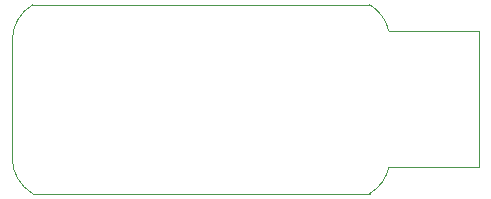
<source format=gbr>
%TF.GenerationSoftware,KiCad,Pcbnew,(6.0.0)*%
%TF.CreationDate,2022-02-10T21:19:41-08:00*%
%TF.ProjectId,elevation-imu,656c6576-6174-4696-9f6e-2d696d752e6b,rev?*%
%TF.SameCoordinates,Original*%
%TF.FileFunction,Profile,NP*%
%FSLAX46Y46*%
G04 Gerber Fmt 4.6, Leading zero omitted, Abs format (unit mm)*
G04 Created by KiCad (PCBNEW (6.0.0)) date 2022-02-10 21:19:41*
%MOMM*%
%LPD*%
G01*
G04 APERTURE LIST*
%TA.AperFunction,Profile*%
%ADD10C,0.100000*%
%TD*%
G04 APERTURE END LIST*
D10*
X106736451Y-124000000D02*
X135249999Y-123999998D01*
X105000000Y-121000000D02*
G75*
G03*
X106736451Y-124000000I3459719J0D01*
G01*
X106736451Y-108000000D02*
G75*
G03*
X105000000Y-111000000I1723268J-3000000D01*
G01*
X144500000Y-110250000D02*
X136884167Y-110250000D01*
X105000000Y-111000000D02*
X105000000Y-121000000D01*
X135249999Y-108000001D02*
X106736451Y-108000000D01*
X144500000Y-121750000D02*
X136884167Y-121750000D01*
X136884167Y-110250000D02*
G75*
G03*
X135249999Y-108000002I-3373518J-731733D01*
G01*
X135249999Y-123999998D02*
G75*
G03*
X136884167Y-121750000I-1739350J2981731D01*
G01*
X144500000Y-110250000D02*
X144500000Y-121750000D01*
M02*

</source>
